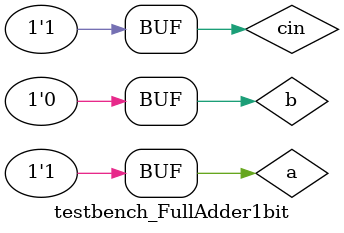
<source format=v>
module testbench_FullAdder1bit();
	reg a ;
	reg b ;
	reg cin ;

	wire sum ;
	wire cout ;


	//Instantiate DUT
	FullAdder1bit_DataFlow FULLADDER1(
		.a(a),
		.b(b),
		.cin(cin),
		.sum(sum),
		.cout(cout)
	);

	initial begin
		$monitor("a=%b , b=%b , cin=%b , sum=%b , cout=%b" , a , b , cin , sum , cout);
	end


	initial begin
		#1;
		a=0; b=0; cin=0;
		#1;
		a=1; b=1; cin=1;
		#1;
		a=1; b=0; cin=1;
	end
endmodule


</source>
